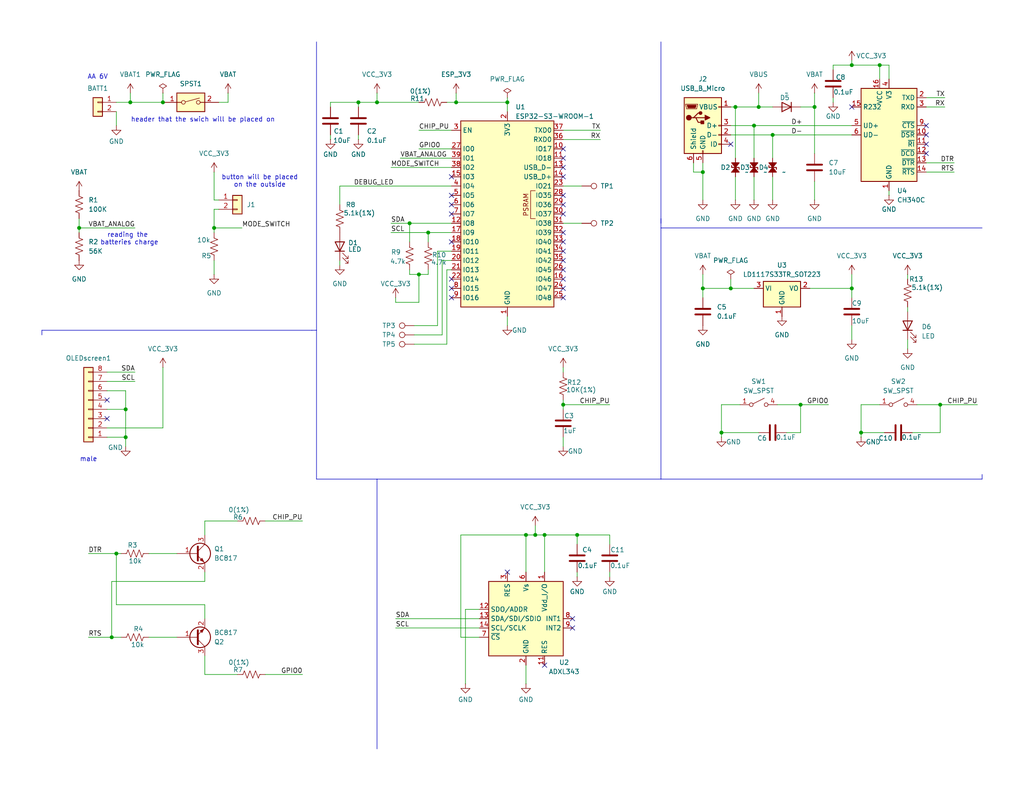
<source format=kicad_sch>
(kicad_sch (version 20231120) (generator "eeschema") (generator_version "8.0")
  (paper "A")
  (title_block (title "Manette"))
  (lib_symbols
    (symbol "Connector:TestPoint" (pin_numbers hide) (pin_names (offset 0.762) hide)
      (property "Reference" "TP" (at 0 6.858 0))
      (property "Value" "TestPoint" (at 0 5.08 0))
      (symbol "TestPoint_1_1"
        (pin passive line (at 0 0 90) (length 2.54) (name "1") (number "1"))
      )
    )
    (symbol "Connector:USB_B_Micro" (pin_names (offset 1.016))
      (property "Reference" "J" (at -5.08 11.43 0))
      (property "Value" "USB_B_Micro" (at -5.08 8.89 0))
      (symbol "USB_B_Micro_1_1"
        (pin power_out line (at 7.62 5.08 180) (length 2.54) (name "VBUS") (number "1"))
        (pin bidirectional line (at 7.62 -2.54 180) (length 2.54) (name "D-") (number "2"))
        (pin bidirectional line (at 7.62 0 180) (length 2.54) (name "D+") (number "3"))
        (pin passive line (at 7.62 -5.08 180) (length 2.54) (name "ID") (number "4"))
        (pin power_out line (at 0 -10.16 90) (length 2.54) (name "GND") (number "5"))
        (pin passive line (at -2.54 -10.16 90) (length 2.54) (name "Shield") (number "6"))
      )
    )
    (symbol "Connector_Generic:Conn_01x02" (pin_names (offset 1.016) hide)
      (property "Reference" "J" (at 0 2.54 0))
      (property "Value" "Conn_01x02" (at 0 -5.08 0))
      (symbol "Conn_01x02_1_1"
        (pin passive line (at -5.08 0 0) (length 3.81) (name "Pin_1") (number "1"))
        (pin passive line (at -5.08 -2.54 0) (length 3.81) (name "Pin_2") (number "2"))
      )
    )
    (symbol "Connector_Generic:Conn_01x08" (pin_names (offset 1.016) hide)
      (property "Reference" "OLEDscreen" (at 0 -13.97 0))
      (symbol "Conn_01x08_1_1"
        (pin power_in line (at -5.08 7.62 0) (length 3.81) (name "GND") (number "1"))
        (pin power_in line (at -5.08 5.08 0) (length 3.81) (name "Vin") (number "2"))
        (pin power_out line (at -5.08 2.54 0) (length 3.81) (name "3Vout") (number "3"))
        (pin passive line (at -5.08 0 0) (length 3.81) (name "CS") (number "4"))
        (pin passive line (at -5.08 -2.54 0) (length 3.81) (name "RST") (number "5"))
        (pin passive line (at -5.08 -5.08 0) (length 3.81) (name "DC") (number "6"))
        (pin passive line (at -5.08 -7.62 0) (length 3.81) (name "CLK") (number "7"))
        (pin passive line (at -5.08 -10.16 0) (length 3.81) (name "DATA") (number "8"))
      )
    )
    (symbol "Device:C" (pin_numbers hide) (pin_names (offset 0.254))
      (property "Reference" "C" (at 0.635 2.54 0))
      (property "Value" "C" (at 0.635 -2.54 0))
      (symbol "C_1_1"
        (pin passive line (at 0 3.81 270) (length 2.794) (name "~") (number "1"))
        (pin passive line (at 0 -3.81 90) (length 2.794) (name "~") (number "2"))
      )
    )
    (symbol "Device:D_TVS_Small_Filled" (pin_numbers hide) (pin_names (offset 1.016) hide)
      (property "Reference" "D" (at 0 2.54 0))
      (property "Value" "D_TVS_Small_Filled" (at 0 -2.54 0))
      (symbol "D_TVS_Small_Filled_1_1"
        (pin passive line (at -2.54 0 0) (length 1.27) (name "A1") (number "1"))
        (pin passive line (at 2.54 0 180) (length 1.27) (name "A2") (number "2"))
      )
    )
    (symbol "Device:LED" (pin_numbers hide) (pin_names (offset 1.016) hide)
      (property "Reference" "D" (at 0 2.54 0))
      (property "Value" "LED" (at 0 -2.54 0))
      (symbol "LED_1_1"
        (pin passive line (at -3.81 0 0) (length 2.54) (name "K") (number "1"))
        (pin passive line (at 3.81 0 180) (length 2.54) (name "A") (number "2"))
      )
    )
    (symbol "Device:R_US" (pin_numbers hide) (pin_names (offset 0))
      (property "Reference" "R" (at 2.54 0 90))
      (property "Value" "R_US" (at -2.54 0 90))
      (symbol "R_US_1_1"
        (pin passive line (at 0 3.81 270) (length 1.27) (name "~") (number "1"))
        (pin passive line (at 0 -3.81 90) (length 1.27) (name "~") (number "2"))
      )
    )
    (symbol "Diode:US2AA" (pin_numbers hide) (pin_names hide)
      (property "Reference" "D" (at 0 2.54 0))
      (property "Value" "US2AA" (at 0 -2.54 0))
      (symbol "US2AA_1_1"
        (pin passive line (at -3.81 0 0) (length 2.54) (name "K") (number "1"))
        (pin passive line (at 3.81 0 180) (length 2.54) (name "A") (number "2"))
      )
    )
    (symbol "Interface_USB:CH340C"
      (property "Reference" "U" (at -5.08 13.97 0))
      (property "Value" "CH340C" (at 1.27 13.97 0))
      (symbol "CH340C_1_1"
        (pin power_in line (at 0 -15.24 90) (length 2.54) (name "GND") (number "1"))
        (pin input line (at 10.16 0 180) (length 2.54) (name "~{DSR}") (number "10"))
        (pin input line (at 10.16 -2.54 180) (length 2.54) (name "~{RI}") (number "11"))
        (pin input line (at 10.16 -5.08 180) (length 2.54) (name "~{DCD}") (number "12"))
        (pin output line (at 10.16 -7.62 180) (length 2.54) (name "~{DTR}") (number "13"))
        (pin output line (at 10.16 -10.16 180) (length 2.54) (name "~{RTS}") (number "14"))
        (pin input line (at -10.16 7.62 0) (length 2.54) (name "R232") (number "15"))
        (pin power_in line (at -2.54 15.24 270) (length 2.54) (name "VCC") (number "16"))
        (pin output line (at 10.16 10.16 180) (length 2.54) (name "TXD") (number "2"))
        (pin input line (at 10.16 7.62 180) (length 2.54) (name "RXD") (number "3"))
        (pin power_out line (at 0 15.24 270) (length 2.54) (name "V3") (number "4"))
        (pin bidirectional line (at -10.16 2.54 0) (length 2.54) (name "UD+") (number "5"))
        (pin bidirectional line (at -10.16 0 0) (length 2.54) (name "UD-") (number "6"))
        (pin no_connect line (at -7.62 -5.08 0) (length 2.54) hide (name "NC") (number "7"))
        (pin no_connect line (at -7.62 -7.62 0) (length 2.54) hide (name "NC") (number "8"))
        (pin input line (at 10.16 2.54 180) (length 2.54) (name "~{CTS}") (number "9"))
      )
    )
    (symbol "RF_Module:ESP32-S3-WROOM-1"
      (property "Reference" "U" (at -12.7 26.67 0))
      (property "Value" "ESP32-S3-WROOM-1" (at 12.7 26.67 0))
      (symbol "ESP32-S3-WROOM-1_0_0"
        (text "PSRAM" (at 5.08 2.54 900) (effects (font (size 1.27 1.27))))
      )
      (symbol "ESP32-S3-WROOM-1_1_1"
        (pin power_in line (at 0 -27.94 90) (length 2.54) (name "GND") (number "1"))
        (pin bidirectional line (at 15.24 17.78 180) (length 2.54) (name "IO17") (number "10"))
        (pin bidirectional line (at 15.24 15.24 180) (length 2.54) (name "IO18") (number "11"))
        (pin bidirectional line (at -15.24 -2.54 0) (length 2.54) (name "IO8") (number "12"))
        (pin bidirectional line (at 15.24 12.7 180) (length 2.54) (name "USB_D-") (number "13"))
        (pin bidirectional line (at 15.24 10.16 180) (length 2.54) (name "USB_D+") (number "14"))
        (pin bidirectional line (at -15.24 10.16 0) (length 2.54) (name "IO3") (number "15"))
        (pin bidirectional line (at 15.24 -17.78 180) (length 2.54) (name "IO46") (number "16"))
        (pin bidirectional line (at -15.24 -5.08 0) (length 2.54) (name "IO9") (number "17"))
        (pin bidirectional line (at -15.24 -7.62 0) (length 2.54) (name "IO10") (number "18"))
        (pin bidirectional line (at -15.24 -10.16 0) (length 2.54) (name "IO11") (number "19"))
        (pin power_in line (at 0 27.94 270) (length 2.54) (name "3V3") (number "2"))
        (pin bidirectional line (at -15.24 -12.7 0) (length 2.54) (name "IO12") (number "20"))
        (pin bidirectional line (at -15.24 -15.24 0) (length 2.54) (name "IO13") (number "21"))
        (pin bidirectional line (at -15.24 -17.78 0) (length 2.54) (name "IO14") (number "22"))
        (pin bidirectional line (at 15.24 7.62 180) (length 2.54) (name "IO21") (number "23"))
        (pin bidirectional line (at 15.24 -20.32 180) (length 2.54) (name "IO47") (number "24"))
        (pin bidirectional line (at 15.24 -22.86 180) (length 2.54) (name "IO48") (number "25"))
        (pin bidirectional line (at 15.24 -15.24 180) (length 2.54) (name "IO45") (number "26"))
        (pin bidirectional line (at -15.24 17.78 0) (length 2.54) (name "IO0") (number "27"))
        (pin bidirectional line (at 15.24 5.08 180) (length 2.54) (name "IO35") (number "28"))
        (pin bidirectional line (at 15.24 2.54 180) (length 2.54) (name "IO36") (number "29"))
        (pin input line (at -15.24 22.86 0) (length 2.54) (name "EN") (number "3"))
        (pin bidirectional line (at 15.24 0 180) (length 2.54) (name "IO37") (number "30"))
        (pin bidirectional line (at 15.24 -2.54 180) (length 2.54) (name "IO38") (number "31"))
        (pin bidirectional line (at 15.24 -5.08 180) (length 2.54) (name "IO39") (number "32"))
        (pin bidirectional line (at 15.24 -7.62 180) (length 2.54) (name "IO40") (number "33"))
        (pin bidirectional line (at 15.24 -10.16 180) (length 2.54) (name "IO41") (number "34"))
        (pin bidirectional line (at 15.24 -12.7 180) (length 2.54) (name "IO42") (number "35"))
        (pin bidirectional line (at 15.24 20.32 180) (length 2.54) (name "RXD0") (number "36"))
        (pin bidirectional line (at 15.24 22.86 180) (length 2.54) (name "TXD0") (number "37"))
        (pin bidirectional line (at -15.24 12.7 0) (length 2.54) (name "IO2") (number "38"))
        (pin bidirectional line (at -15.24 15.24 0) (length 2.54) (name "IO1") (number "39"))
        (pin bidirectional line (at -15.24 7.62 0) (length 2.54) (name "IO4") (number "4"))
        (pin passive line (at 0 -27.94 90) (length 2.54) hide (name "GND") (number "40"))
        (pin passive line (at 0 -27.94 90) (length 2.54) hide (name "GND") (number "41"))
        (pin bidirectional line (at -15.24 5.08 0) (length 2.54) (name "IO5") (number "5"))
        (pin bidirectional line (at -15.24 2.54 0) (length 2.54) (name "IO6") (number "6"))
        (pin bidirectional line (at -15.24 0 0) (length 2.54) (name "IO7") (number "7"))
        (pin bidirectional line (at -15.24 -20.32 0) (length 2.54) (name "IO15") (number "8"))
        (pin bidirectional line (at -15.24 -22.86 0) (length 2.54) (name "IO16") (number "9"))
      )
    )
    (symbol "Regulator_Linear:LD1117S33TR_SOT223"
      (property "Reference" "U" (at -3.81 3.175 0))
      (property "Value" "LD1117S33TR_SOT223" (at 0 3.175 0))
      (symbol "LD1117S33TR_SOT223_1_1"
        (pin power_in line (at 0 -7.62 90) (length 2.54) (name "GND") (number "1"))
        (pin power_out line (at 7.62 0 180) (length 2.54) (name "VO") (number "2"))
        (pin power_in line (at -7.62 0 0) (length 2.54) (name "VI") (number "3"))
      )
    )
    (symbol "Sensor_Motion:ADXL343"
      (property "Reference" "U" (at -8.89 11.43 0))
      (property "Value" "ADXL343" (at -7.62 -11.43 0))
      (symbol "ADXL343_1_1"
        (pin power_in line (at 5.08 12.7 270) (length 2.54) (name "Vdd_I/O") (number "1"))
        (pin no_connect line (at -5.08 -10.16 90) (length 2.54) hide (name "NC") (number "10"))
        (pin passive line (at 5.08 -12.7 90) (length 2.54) (name "RES") (number "11"))
        (pin bidirectional line (at -12.7 2.54 0) (length 2.54) (name "SDO/ADDR") (number "12"))
        (pin bidirectional line (at -12.7 0 0) (length 2.54) (name "SDA/SDI/SDIO") (number "13"))
        (pin input line (at -12.7 -2.54 0) (length 2.54) (name "SCL/SCLK") (number "14"))
        (pin power_in line (at 0 -12.7 90) (length 2.54) (name "GND") (number "2"))
        (pin passive line (at -5.08 12.7 270) (length 2.54) (name "RES") (number "3"))
        (pin passive line (at 0 -12.7 90) (length 2.54) hide (name "GND") (number "4"))
        (pin passive line (at 0 -12.7 90) (length 2.54) hide (name "GND") (number "5"))
        (pin power_in line (at 0 12.7 270) (length 2.54) (name "Vs") (number "6"))
        (pin input line (at -12.7 -5.08 0) (length 2.54) (name "~{CS}") (number "7"))
        (pin output line (at 12.7 0 180) (length 2.54) (name "INT1") (number "8"))
        (pin output line (at 12.7 -2.54 180) (length 2.54) (name "INT2") (number "9"))
      )
    )
    (symbol "Switch:SW_DIP_x01" (pin_names (offset 0) hide)
      (property "Reference" "SW" (at 0 3.81 0))
      (property "Value" "SW_DIP_x01" (at 0 -3.81 0))
      (symbol "SW_DIP_x01_1_1"
        (pin passive line (at -7.62 0 0) (length 5.08) (name "~") (number "1"))
        (pin passive line (at 7.62 0 180) (length 5.08) (name "~") (number "2"))
      )
    )
    (symbol "Switch:SW_SPST" (pin_names (offset 0) hide)
      (property "Reference" "SW4" (at -1.2701 2.54 90))
      (property "Value" "SW_SPST" (at 1.2699 2.54 90))
      (symbol "SW_SPST_1_1"
        (pin passive line (at -5.08 0 0) (length 2.54) (name "A") (number "1"))
        (pin passive line (at 5.08 0 180) (length 2.54) (name "B") (number "4"))
      )
    )
    (symbol "Transistor_BJT:BC817" (pin_names (offset 0) hide)
      (property "Reference" "Q" (at 5.08 1.905 0))
      (property "Value" "BC817" (at 5.08 0 0))
      (symbol "BC817_1_1"
        (pin input line (at -5.08 0 0) (length 5.715) (name "B") (number "1"))
        (pin passive line (at 2.54 -5.08 90) (length 2.54) (name "E") (number "2"))
        (pin passive line (at 2.54 5.08 270) (length 2.54) (name "C") (number "3"))
      )
    )
    (symbol "power:+3V3" (power) (pin_numbers hide) (pin_names (offset 0) hide)
      (property "Value" "+3V3" (at 0 3.556 0))
      (symbol "+3V3_1_1"
        (pin power_in line (at 0 0 90) (length 0) (name "~") (number "1"))
      )
    )
    (symbol "power:+5V" (power) (pin_numbers hide) (pin_names (offset 0) hide)
      (property "Value" "+5V" (at 0 3.556 0))
      (symbol "+5V_1_1"
        (pin power_in line (at 0 0 90) (length 0) (name "~") (number "1"))
      )
    )
    (symbol "power:GND" (power) (pin_numbers hide) (pin_names (offset 0) hide)
      (property "Value" "GND" (at 0 -3.81 0))
      (symbol "GND_1_1"
        (pin power_in line (at 0 0 270) (length 0) (name "~") (number "1"))
      )
    )
    (symbol "power:PWR_FLAG" (power) (pin_numbers hide) (pin_names (offset 0) hide)
      (property "Value" "PWR_FLAG" (at 0 3.81 0))
      (symbol "PWR_FLAG_0_0"
        (pin power_out line (at 0 0 90) (length 0) (name "~") (number "1"))
      )
    )
  )
  (junction (at 234.95 118.11))
  (junction (at 200.66 29.21))
  (junction (at 148.59 146.05))
  (junction (at 58.42 62.23))
  (junction (at 35.56 27.94))
  (junction (at 232.41 17.78))
  (junction (at 116.84 63.5))
  (junction (at 196.85 118.11))
  (junction (at 205.74 34.29))
  (junction (at 232.41 78.74))
  (junction (at 31.75 151.13))
  (junction (at 138.43 27.94))
  (junction (at 207.01 29.21))
  (junction (at 34.29 111.76))
  (junction (at 199.39 78.74))
  (junction (at 30.48 173.99))
  (junction (at 153.67 110.49))
  (junction (at 146.05 146.05))
  (junction (at 21.59 62.23))
  (junction (at 102.87 27.94))
  (junction (at 124.46 27.94))
  (junction (at 44.45 27.94))
  (junction (at 114.3 74.93))
  (junction (at 97.79 27.94))
  (junction (at 256.54 110.49))
  (junction (at 240.03 17.78))
  (junction (at 111.76 60.96))
  (junction (at 191.77 46.99))
  (junction (at 34.29 119.38))
  (junction (at 191.77 78.74))
  (junction (at 157.48 146.05))
  (junction (at 210.82 36.83))
  (junction (at 222.25 29.21))
  (junction (at 218.44 110.49))
  (junction (at 143.51 146.05))
  (no_connect (at 153.67 81.28))
  (no_connect (at 252.73 34.29))
  (no_connect (at 252.73 39.37))
  (no_connect (at 153.67 40.64))
  (no_connect (at 153.67 53.34))
  (no_connect (at 123.19 81.28))
  (no_connect (at 153.67 68.58))
  (no_connect (at 123.19 78.74))
  (no_connect (at 232.41 29.21))
  (no_connect (at 153.67 43.18))
  (no_connect (at 156.21 171.45))
  (no_connect (at 123.19 58.42))
  (no_connect (at 153.67 71.12))
  (no_connect (at 123.19 66.04))
  (no_connect (at 252.73 41.91))
  (no_connect (at 153.67 48.26))
  (no_connect (at 123.19 55.88))
  (no_connect (at 123.19 76.2))
  (no_connect (at 153.67 55.88))
  (no_connect (at 199.39 39.37))
  (no_connect (at 123.19 48.26))
  (no_connect (at 153.67 45.72))
  (no_connect (at 153.67 78.74))
  (no_connect (at 153.67 73.66))
  (no_connect (at 29.21 114.3))
  (no_connect (at 29.21 109.22))
  (no_connect (at 138.43 156.21))
  (no_connect (at 156.21 168.91))
  (no_connect (at 153.67 76.2))
  (no_connect (at 153.67 63.5))
  (no_connect (at 153.67 58.42))
  (no_connect (at 123.19 53.34))
  (no_connect (at 252.73 36.83))
  (no_connect (at 148.59 181.61))
  (no_connect (at 153.67 66.04))
  (wire (pts (xy 153.67 110.49) (xy 166.37 110.49)))
  (wire (pts (xy 120.65 71.12) (xy 123.19 71.12)))
  (wire (pts (xy 153.67 110.49) (xy 153.67 111.76)))
  (wire (pts (xy 114.3 74.93) (xy 116.84 74.93)))
  (wire (pts (xy 121.92 27.94) (xy 124.46 27.94)))
  (wire (pts (xy 34.29 106.68) (xy 34.29 111.76)))
  (wire (pts (xy 153.67 50.8) (xy 158.75 50.8)))
  (wire (pts (xy 111.76 60.96) (xy 111.76 66.04)))
  (wire (pts (xy 232.41 17.78) (xy 240.03 17.78)))
  (wire (pts (xy 199.39 36.83) (xy 210.82 36.83)))
  (wire (pts (xy 107.95 81.28) (xy 107.95 82.55)))
  (wire (pts (xy 24.13 173.99) (xy 30.48 173.99)))
  (wire (pts (xy 199.39 78.74) (xy 205.74 78.74)))
  (polyline (pts (xy 180.34 62.23) (xy 267.97 62.23)))
  (wire (pts (xy 205.74 34.29) (xy 205.74 43.18)))
  (wire (pts (xy 55.88 146.05) (xy 55.88 142.24)))
  (wire (pts (xy 153.67 35.56) (xy 163.83 35.56)))
  (wire (pts (xy 59.69 57.15) (xy 58.42 57.15)))
  (wire (pts (xy 191.77 44.45) (xy 191.77 46.99)))
  (wire (pts (xy 199.39 34.29) (xy 205.74 34.29)))
  (wire (pts (xy 252.73 29.21) (xy 257.81 29.21)))
  (wire (pts (xy 222.25 49.53) (xy 222.25 54.61)))
  (wire (pts (xy 210.82 48.26) (xy 210.82 54.61)))
  (wire (pts (xy 31.75 27.94) (xy 35.56 27.94)))
  (wire (pts (xy 247.65 85.09) (xy 247.65 83.82)))
  (wire (pts (xy 199.39 29.21) (xy 200.66 29.21)))
  (wire (pts (xy 191.77 46.99) (xy 191.77 54.61)))
  (wire (pts (xy 116.84 74.93) (xy 116.84 73.66)))
  (polyline (pts (xy 180.34 11.43) (xy 180.34 60.96)))
  (wire (pts (xy 127 166.37) (xy 127 186.69)))
  (wire (pts (xy 242.57 17.78) (xy 242.57 21.59)))
  (wire (pts (xy 234.95 110.49) (xy 240.03 110.49)))
  (wire (pts (xy 157.48 146.05) (xy 157.48 148.59)))
  (polyline (pts (xy 102.87 130.81) (xy 102.87 204.47)))
  (wire (pts (xy 40.64 151.13) (xy 48.26 151.13)))
  (wire (pts (xy 30.48 158.75) (xy 30.48 173.99)))
  (wire (pts (xy 58.42 54.61) (xy 59.69 54.61)))
  (wire (pts (xy 247.65 95.25) (xy 247.65 92.71)))
  (wire (pts (xy 40.64 173.99) (xy 48.26 173.99)))
  (wire (pts (xy 153.67 109.22) (xy 153.67 110.49)))
  (wire (pts (xy 72.39 142.24) (xy 82.55 142.24)))
  (wire (pts (xy 30.48 173.99) (xy 33.02 173.99)))
  (wire (pts (xy 55.88 179.07) (xy 55.88 184.15)))
  (wire (pts (xy 90.17 36.83) (xy 90.17 38.1)))
  (wire (pts (xy 124.46 25.4) (xy 124.46 27.94)))
  (wire (pts (xy 90.17 27.94) (xy 90.17 29.21)))
  (wire (pts (xy 55.88 165.1) (xy 31.75 165.1)))
  (wire (pts (xy 107.95 171.45) (xy 130.81 171.45)))
  (wire (pts (xy 227.33 17.78) (xy 232.41 17.78)))
  (wire (pts (xy 191.77 78.74) (xy 199.39 78.74)))
  (wire (pts (xy 218.44 29.21) (xy 222.25 29.21)))
  (wire (pts (xy 21.59 62.23) (xy 36.83 62.23)))
  (wire (pts (xy 205.74 34.29) (xy 232.41 34.29)))
  (wire (pts (xy 143.51 146.05) (xy 143.51 156.21)))
  (wire (pts (xy 55.88 165.1) (xy 55.88 168.91)))
  (wire (pts (xy 250.19 110.49) (xy 256.54 110.49)))
  (wire (pts (xy 234.95 118.11) (xy 241.3 118.11)))
  (wire (pts (xy 102.87 25.4) (xy 102.87 27.94)))
  (wire (pts (xy 24.13 151.13) (xy 31.75 151.13)))
  (wire (pts (xy 21.59 62.23) (xy 21.59 59.69)))
  (wire (pts (xy 127 166.37) (xy 130.81 166.37)))
  (wire (pts (xy 232.41 88.9) (xy 232.41 92.71)))
  (wire (pts (xy 166.37 156.21) (xy 166.37 157.48)))
  (wire (pts (xy 153.67 100.33) (xy 153.67 101.6)))
  (wire (pts (xy 31.75 151.13) (xy 33.02 151.13)))
  (wire (pts (xy 119.38 68.58) (xy 119.38 88.9)))
  (wire (pts (xy 123.19 68.58) (xy 119.38 68.58)))
  (polyline (pts (xy 85.09 90.17) (xy 11.43 90.17)))
  (wire (pts (xy 114.3 40.64) (xy 123.19 40.64)))
  (wire (pts (xy 232.41 16.51) (xy 232.41 17.78)))
  (wire (pts (xy 116.84 63.5) (xy 116.84 66.04)))
  (wire (pts (xy 34.29 119.38) (xy 34.29 121.92)))
  (wire (pts (xy 205.74 48.26) (xy 205.74 54.61)))
  (wire (pts (xy 44.45 116.84) (xy 44.45 100.33)))
  (polyline (pts (xy 180.34 130.81) (xy 267.97 130.81)))
  (wire (pts (xy 227.33 26.67) (xy 227.33 27.94)))
  (wire (pts (xy 72.39 184.15) (xy 82.55 184.15)))
  (polyline (pts (xy 102.87 130.81) (xy 102.87 130.81)))
  (polyline (pts (xy 86.36 90.17) (xy 86.36 130.81)))
  (wire (pts (xy 125.73 146.05) (xy 143.51 146.05)))
  (wire (pts (xy 252.73 44.45) (xy 260.35 44.45)))
  (wire (pts (xy 207.01 25.4) (xy 207.01 29.21)))
  (wire (pts (xy 90.17 27.94) (xy 97.79 27.94)))
  (wire (pts (xy 29.21 104.14) (xy 36.83 104.14)))
  (wire (pts (xy 35.56 27.94) (xy 44.45 27.94)))
  (wire (pts (xy 29.21 101.6) (xy 36.83 101.6)))
  (wire (pts (xy 256.54 110.49) (xy 266.7 110.49)))
  (wire (pts (xy 138.43 86.36) (xy 138.43 88.9)))
  (wire (pts (xy 157.48 146.05) (xy 166.37 146.05)))
  (wire (pts (xy 107.95 82.55) (xy 114.3 82.55)))
  (wire (pts (xy 58.42 57.15) (xy 58.42 62.23)))
  (wire (pts (xy 97.79 38.1) (xy 97.79 36.83)))
  (wire (pts (xy 222.25 25.4) (xy 222.25 29.21)))
  (wire (pts (xy 196.85 110.49) (xy 201.93 110.49)))
  (wire (pts (xy 200.66 48.26) (xy 200.66 54.61)))
  (wire (pts (xy 252.73 46.99) (xy 260.35 46.99)))
  (polyline (pts (xy 11.43 90.17) (xy 11.43 91.44)))
  (wire (pts (xy 111.76 74.93) (xy 114.3 74.93)))
  (wire (pts (xy 58.42 46.99) (xy 58.42 54.61)))
  (wire (pts (xy 146.05 143.51) (xy 146.05 146.05)))
  (wire (pts (xy 44.45 25.4) (xy 44.45 27.94)))
  (wire (pts (xy 153.67 60.96) (xy 158.75 60.96)))
  (wire (pts (xy 210.82 36.83) (xy 210.82 43.18)))
  (polyline (pts (xy 85.09 90.17) (xy 86.36 90.17)))
  (wire (pts (xy 21.59 63.5) (xy 21.59 62.23)))
  (wire (pts (xy 125.73 173.99) (xy 125.73 146.05)))
  (wire (pts (xy 256.54 110.49) (xy 256.54 118.11)))
  (wire (pts (xy 123.19 50.8) (xy 92.71 50.8)))
  (wire (pts (xy 111.76 60.96) (xy 123.19 60.96)))
  (polyline (pts (xy 102.87 130.81) (xy 180.34 130.81)))
  (wire (pts (xy 29.21 106.68) (xy 34.29 106.68)))
  (wire (pts (xy 109.22 43.18) (xy 123.19 43.18)))
  (wire (pts (xy 189.23 46.99) (xy 191.77 46.99)))
  (wire (pts (xy 138.43 30.48) (xy 138.43 27.94)))
  (polyline (pts (xy 267.97 129.54) (xy 267.97 130.81)))
  (wire (pts (xy 157.48 146.05) (xy 148.59 146.05)))
  (wire (pts (xy 62.23 25.4) (xy 62.23 27.94)))
  (wire (pts (xy 148.59 146.05) (xy 148.59 156.21)))
  (polyline (pts (xy 86.36 130.81) (xy 102.87 130.81)))
  (wire (pts (xy 207.01 29.21) (xy 210.82 29.21)))
  (wire (pts (xy 58.42 62.23) (xy 66.04 62.23)))
  (wire (pts (xy 92.71 50.8) (xy 92.71 55.88)))
  (wire (pts (xy 55.88 156.21) (xy 55.88 158.75)))
  (wire (pts (xy 119.38 88.9) (xy 113.03 88.9)))
  (wire (pts (xy 143.51 181.61) (xy 143.51 186.69)))
  (wire (pts (xy 31.75 34.29) (xy 31.75 30.48)))
  (wire (pts (xy 113.03 91.44) (xy 120.65 91.44)))
  (wire (pts (xy 106.68 45.72) (xy 123.19 45.72)))
  (wire (pts (xy 29.21 119.38) (xy 34.29 119.38)))
  (wire (pts (xy 222.25 29.21) (xy 222.25 41.91)))
  (wire (pts (xy 189.23 44.45) (xy 189.23 46.99)))
  (wire (pts (xy 97.79 27.94) (xy 102.87 27.94)))
  (wire (pts (xy 55.88 184.15) (xy 64.77 184.15)))
  (wire (pts (xy 97.79 27.94) (xy 97.79 29.21)))
  (wire (pts (xy 92.71 72.39) (xy 92.71 71.12)))
  (wire (pts (xy 138.43 26.67) (xy 138.43 27.94)))
  (wire (pts (xy 227.33 19.05) (xy 227.33 17.78)))
  (wire (pts (xy 242.57 17.78) (xy 240.03 17.78)))
  (wire (pts (xy 232.41 78.74) (xy 232.41 81.28)))
  (wire (pts (xy 58.42 71.12) (xy 58.42 74.93)))
  (wire (pts (xy 102.87 27.94) (xy 114.3 27.94)))
  (wire (pts (xy 196.85 110.49) (xy 196.85 118.11)))
  (wire (pts (xy 55.88 142.24) (xy 64.77 142.24)))
  (wire (pts (xy 234.95 119.38) (xy 234.95 118.11)))
  (wire (pts (xy 55.88 158.75) (xy 30.48 158.75)))
  (wire (pts (xy 218.44 110.49) (xy 218.44 118.11)))
  (wire (pts (xy 166.37 148.59) (xy 166.37 146.05)))
  (wire (pts (xy 123.19 73.66) (xy 121.92 73.66)))
  (wire (pts (xy 146.05 146.05) (xy 148.59 146.05)))
  (wire (pts (xy 191.77 78.74) (xy 191.77 81.28)))
  (wire (pts (xy 196.85 118.11) (xy 207.01 118.11)))
  (wire (pts (xy 212.09 110.49) (xy 218.44 110.49)))
  (polyline (pts (xy 180.34 62.23) (xy 180.34 130.81)))
  (wire (pts (xy 121.92 93.98) (xy 113.03 93.98)))
  (wire (pts (xy 29.21 111.76) (xy 34.29 111.76)))
  (wire (pts (xy 143.51 146.05) (xy 146.05 146.05)))
  (wire (pts (xy 252.73 26.67) (xy 257.81 26.67)))
  (wire (pts (xy 234.95 110.49) (xy 234.95 118.11)))
  (wire (pts (xy 240.03 17.78) (xy 240.03 21.59)))
  (wire (pts (xy 106.68 60.96) (xy 111.76 60.96)))
  (wire (pts (xy 114.3 35.56) (xy 123.19 35.56)))
  (wire (pts (xy 218.44 110.49) (xy 226.06 110.49)))
  (wire (pts (xy 153.67 38.1) (xy 163.83 38.1)))
  (wire (pts (xy 220.98 78.74) (xy 232.41 78.74)))
  (wire (pts (xy 59.69 27.94) (xy 62.23 27.94)))
  (wire (pts (xy 191.77 74.93) (xy 191.77 78.74)))
  (wire (pts (xy 200.66 29.21) (xy 207.01 29.21)))
  (wire (pts (xy 196.85 118.11) (xy 196.85 119.38)))
  (wire (pts (xy 130.81 173.99) (xy 125.73 173.99)))
  (wire (pts (xy 29.21 116.84) (xy 44.45 116.84)))
  (wire (pts (xy 153.67 119.38) (xy 153.67 121.92)))
  (wire (pts (xy 111.76 74.93) (xy 111.76 73.66)))
  (wire (pts (xy 31.75 165.1) (xy 31.75 151.13)))
  (wire (pts (xy 157.48 156.21) (xy 157.48 157.48)))
  (polyline (pts (xy 180.34 59.69) (xy 180.34 62.23)))
  (wire (pts (xy 106.68 63.5) (xy 116.84 63.5)))
  (wire (pts (xy 200.66 29.21) (xy 200.66 43.18)))
  (wire (pts (xy 58.42 62.23) (xy 58.42 63.5)))
  (wire (pts (xy 120.65 91.44) (xy 120.65 71.12)))
  (wire (pts (xy 114.3 74.93) (xy 114.3 82.55)))
  (wire (pts (xy 210.82 36.83) (xy 232.41 36.83)))
  (wire (pts (xy 242.57 52.07) (xy 242.57 53.34)))
  (wire (pts (xy 232.41 74.93) (xy 232.41 78.74)))
  (wire (pts (xy 107.95 168.91) (xy 130.81 168.91)))
  (wire (pts (xy 247.65 74.93) (xy 247.65 76.2)))
  (wire (pts (xy 121.92 73.66) (xy 121.92 93.98)))
  (wire (pts (xy 35.56 25.4) (xy 35.56 27.94)))
  (wire (pts (xy 199.39 76.2) (xy 199.39 78.74)))
  (wire (pts (xy 116.84 63.5) (xy 123.19 63.5)))
  (wire (pts (xy 124.46 27.94) (xy 138.43 27.94)))
  (wire (pts (xy 34.29 111.76) (xy 34.29 119.38)))
  (wire (pts (xy 248.92 118.11) (xy 256.54 118.11)))
  (polyline (pts (xy 86.36 11.43) (xy 86.36 90.17)))
  (wire (pts (xy 214.63 118.11) (xy 218.44 118.11)))
  (text "reading the \nbatteries charge" (at 35.306 65.278 0) (effects (font (size 1.27 1.27))))
  (text "male \n" (at 24.638 125.476 0) (effects (font (size 1.27 1.27))))
  (text "AA 6V\n" (at 26.67 21.082 0) (effects (font (size 1.27 1.27))))
  (text "button will be placed \non the outside \n" (at 71.374 49.53 0) (effects (font (size 1.27 1.27))))
  (text "header that the swich will be placed on" (at 55.372 32.766 0) (effects (font (size 1.27 1.27))))
  (label "TX" (at 163.83 35.56 180))
  (label "RTS" (at 260.35 46.99 180))
  (label "VBAT_ANALOG" (at 109.22 43.18 0))
  (label "DTR" (at 24.13 151.13 0))
  (label "GPIO0" (at 226.06 110.49 180))
  (label "DTR" (at 260.35 44.45 180))
  (label "CHIP_PU" (at 82.55 142.24 180))
  (label "GPIO0" (at 82.55 184.15 180))
  (label "GPIO0" (at 114.3 40.64 0))
  (label "DEBUG_LED" (at 96.52 50.8 0))
  (label "RX" (at 163.83 38.1 180))
  (label "VBAT_ANALOG" (at 36.83 62.23 180))
  (label "CHIP_PU" (at 114.3 35.56 0))
  (label "SCL" (at 106.68 63.5 0))
  (label "RTS" (at 24.13 173.99 0))
  (label "SDA" (at 107.95 168.91 0))
  (label "TX" (at 257.81 26.67 180))
  (label "SCL" (at 36.83 104.14 180))
  (label "MODE_SWITCH" (at 106.68 45.72 0))
  (label "D-" (at 215.9 36.83 0))
  (label "SDA" (at 36.83 101.6 180))
  (label "MODE_SWITCH" (at 66.04 62.23 0))
  (label "SCL" (at 107.95 171.45 0))
  (label "RX" (at 257.81 29.21 180))
  (label "CHIP_PU" (at 166.37 110.49 180))
  (label "SDA" (at 106.68 60.96 0))
  (label "D+" (at 215.9 34.29 0))
  (label "CHIP_PU" (at 266.7 110.49 180))
  (symbol (lib_id "power:GND") (at 127 186.69 0) (unit 1)
    (property "Reference" "#PWR017" (effects (hide yes)))
    (property "Value" "GND" (at 127 191.008 0))
    (property "Description" "Power symbol creates a global label with name \"GND\" , ground" (effects (hide yes)))
  )
  (symbol (lib_id "power:+3V3") (at 222.25 25.4 0) (unit 1)
    (property "Reference" "#PWR033" (effects (hide yes)))
    (property "Value" "VBAT" (at 222.25 20.32 0))
    (property "Description" "Power symbol creates a global label with name \"+3V3\"" (effects (hide yes)))
  )
  (symbol (lib_id "Connector:TestPoint") (at 158.75 50.8 270) (unit 1)
    (property "Reference" "TP1" (at 163.83 50.7999 90) (effects (justify left)))
    (property "Value" "TestPoint" (effects (hide yes)))
    (property "Footprint" "ZLibrary:testpoint" (effects (hide yes)))
    (property "Datasheet" "https://www.digikey.ca/en/products/detail/koa-speer-electronics-inc/RCWCTE/11476558" (effects (hide yes)))
    (property "Description" "test point" (effects (hide yes)))
  )
  (symbol (lib_id "power:GND") (at 247.65 95.25 0) (unit 1)
    (property "Reference" "#PWR042" (effects (hide yes)))
    (property "Value" "GND" (at 247.65 100.33 0))
    (property "Description" "Power symbol creates a global label with name \"GND\" , ground" (effects (hide yes)))
  )
  (symbol (lib_id "power:GND") (at 97.79 38.1 0) (unit 1)
    (property "Reference" "#PWR013" (effects (hide yes)))
    (property "Value" "GND" (at 97.79 42.164 0))
    (property "Description" "Power symbol creates a global label with name \"GND\" , ground" (effects (hide yes)))
  )
  (symbol (lib_id "Device:R_US") (at 153.67 105.41 0) (unit 1)
    (property "Reference" "R12" (at 154.686 104.394 0) (effects (justify left)))
    (property "Value" "10K(1%)" (at 154.432 106.426 0) (effects (justify left)))
    (property "Footprint" "Resistor_SMD:R_0805_2012Metric" (effects (hide yes)))
    (property "Datasheet" "https://www.seielect.com/catalog/sei-rncp.pdf" (effects (hide yes)))
    (property "Description" "Resistor, US symbol" (effects (hide yes)))
  )
  (symbol (lib_id "Device:R_US") (at 68.58 142.24 90) (unit 1)
    (property "Reference" "R6" (at 66.294 141.224 90) (effects (justify left)))
    (property "Value" "0(1%)" (at 68.072 139.192 90) (effects (justify left)))
    (property "Footprint" "Resistor_SMD:R_0805_2012Metric" (effects (hide yes)))
    (property "Datasheet" "https://www.digikey.ca/en/products/detail/panasonic-electronic-components/ERJ-L06KF50MV/966111" (effects (hide yes)))
    (property "Description" "Resistor, US symbol" (effects (hide yes)))
  )
  (symbol (lib_id "Device:R_US") (at 111.76 69.85 0) (unit 1)
    (property "Reference" "R9" (at 106.68 68.834 0) (effects (justify left)))
    (property "Value" "4.7k" (at 106.426 71.374 0) (effects (justify left)))
    (property "Footprint" "Resistor_SMD:R_0805_2012Metric" (effects (hide yes)))
    (property "Datasheet" "https://www.koaspeer.com/pdfs/RK73H.pdf" (effects (hide yes)))
    (property "Description" "Resistor, US symbol" (effects (hide yes)))
  )
  (symbol (lib_id "power:+3V3") (at 191.77 74.93 0) (unit 1)
    (property "Reference" "#PWR025" (effects (hide yes)))
    (property "Value" "VBAT" (at 191.77 69.85 0))
    (property "Description" "Power symbol creates a global label with name \"+3V3\"" (effects (hide yes)))
  )
  (symbol (lib_id "Transistor_BJT:BC817") (at 53.34 173.99 0) (mirror x) (unit 1)
    (property "Reference" "Q2" (at 58.42 175.2601 0) (effects (justify left)))
    (property "Value" "BC817" (at 58.42 172.7201 0) (effects (justify left)))
    (property "Footprint" "Package_TO_SOT_SMD:SOT-23" (effects (hide yes)))
    (property "Datasheet" "https://diotec.com/request/datasheet/bc817.pdf" (effects (hide yes)))
    (property "Description" "0.8A Ic, 45V Vce, NPN Transistor, SOT-23" (effects (hide yes)))
  )
  (symbol (lib_id "power:GND") (at 232.41 92.71 0) (unit 1)
    (property "Reference" "#PWR038" (effects (hide yes)))
    (property "Value" "GND" (at 232.41 97.79 0))
    (property "Description" "Power symbol creates a global label with name \"GND\" , ground" (effects (hide yes)))
  )
  (symbol (lib_id "Device:R_US") (at 68.58 184.15 90) (unit 1)
    (property "Reference" "R7" (at 66.294 182.88 90) (effects (justify left)))
    (property "Value" "0(1%)" (at 68.072 180.848 90) (effects (justify left)))
    (property "Footprint" "Resistor_SMD:R_0805_2012Metric" (effects (hide yes)))
    (property "Datasheet" "https://www.digikey.ca/en/products/detail/panasonic-electronic-components/ERJ-L06KF50MV/966111" (effects (hide yes)))
    (property "Description" "Resistor, US symbol" (effects (hide yes)))
  )
  (symbol (lib_id "power:+3V3") (at 107.95 81.28 0) (unit 1)
    (property "Reference" "#PWR015" (effects (hide yes)))
    (property "Value" "VCC_3V3" (at 107.95 77.47 0))
    (property "Description" "Power symbol creates a global label with name \"+3V3\"" (effects (hide yes)))
  )
  (symbol (lib_id "Device:C") (at 90.17 33.02 0) (unit 1)
    (property "Reference" "C1" (at 93.726 35.814 0) (effects (justify right)))
    (property "Value" "10uF" (at 95.758 38.354 0) (effects (justify right)))
    (property "Footprint" "Capacitor_SMD:C_0805_2012Metric" (effects (hide yes)))
    (property "Datasheet" "https://search.murata.co.jp/Ceramy/image/img/A01X/G101/ENG/GRM21BR61C106KE15-01.pdf" (effects (hide yes)))
    (property "Description" "Unpolarized capacitor" (effects (hide yes)))
  )
  (symbol (lib_id "power:GND") (at 196.85 119.38 0) (unit 1)
    (property "Reference" "#PWR027" (effects (hide yes)))
    (property "Value" "GND" (at 200.152 120.65 0))
    (property "Description" "Power symbol creates a global label with name \"GND\" , ground" (effects (hide yes)))
  )
  (symbol (lib_id "Connector_Generic:Conn_01x02") (at 64.77 54.61 0) (unit 1)
    (property "Reference" "J1" (at 67.31 55.8799 0) (effects (justify left)))
    (property "Value" "SPST" (effects (hide yes)))
    (property "Footprint" "Connector_PinHeader_2.54mm:PinHeader_1x02_P2.54mm_Vertical" (effects (hide yes)))
    (property "Datasheet" "https://www.molex.com/en-us/products/part-detail/0022232021" (effects (hide yes)))
    (property "Description" "Generic connector, single row, 01x02, script generated (kicad-library-utils/schlib/autogen/connector/)" (effects (hide yes)))
  )
  (symbol (lib_id "power:+5V") (at 35.56 25.4 0) (unit 1)
    (property "Reference" "#PWR05" (effects (hide yes)))
    (property "Value" "VBAT1" (at 35.56 20.32 0))
    (property "Description" "Power symbol creates a global label with name \"+5V\"" (effects (hide yes)))
  )
  (symbol (lib_id "power:GND") (at 210.82 54.61 0) (unit 1)
    (property "Reference" "#PWR031" (effects (hide yes)))
    (property "Value" "GND" (at 210.82 59.69 0))
    (property "Description" "Power symbol creates a global label with name \"GND\" , ground" (effects (hide yes)))
  )
  (symbol (lib_id "Sensor_Motion:ADXL343") (at 143.51 168.91 0) (unit 1)
    (property "Reference" "U2" (at 153.924 180.848 0))
    (property "Value" "ADXL343" (at 153.924 183.388 0))
    (property "Footprint" "Package_LGA:LGA-14_3x5mm_P0.8mm_LayoutBorder1x6y" (effects (hide yes)))
    (property "Datasheet" "https://www.analog.com/media/en/technical-documentation/data-sheets/ADXL343.pdf" (effects (hide yes)))
    (property "Description" "3-Axis MEMS Accelerometer, 2/4/8/16g range, I2C/SPI, LGA-14" (effects (hide yes)))
  )
  (symbol (lib_id "power:GND") (at 227.33 27.94 0) (unit 1)
    (property "Reference" "#PWR035" (effects (hide yes)))
    (property "Value" "GND" (at 227.33 31.75 0))
    (property "Description" "Power symbol creates a global label with name \"GND\" , ground" (effects (hide yes)))
  )
  (symbol (lib_id "RF_Module:ESP32-S3-WROOM-1") (at 138.43 58.42 0) (unit 1)
    (property "Reference" "U1" (at 140.6241 29.21 0) (effects (justify left)))
    (property "Value" "ESP32-S3-WROOM-1" (at 140.6241 31.75 0) (effects (justify left)))
    (property "Footprint" "RF_Module:ESP32-S3-WROOM-1" (effects (hide yes)))
    (property "Datasheet" "https://www.espressif.com/sites/default/files/documentation/esp32-s3-wroom-1_wroom-1u_datasheet_en.pdf" (effects (hide yes)))
    (property "Description" "RF Module, ESP32-S3 SoC, Wi-Fi 802.11b/g/n, Bluetooth, BLE, 32-bit, 3.3V, onboard antenna, SMD" (effects (hide yes)))
  )
  (symbol (lib_id "power:+5V") (at 21.59 52.07 0) (unit 1)
    (property "Reference" "#PWR01" (effects (hide yes)))
    (property "Value" "VBAT" (at 21.59 46.99 0))
    (property "Description" "Power symbol creates a global label with name \"+5V\"" (effects (hide yes)))
  )
  (symbol (lib_id "power:+3V3") (at 58.42 46.99 0) (unit 1)
    (property "Reference" "#PWR08" (effects (hide yes)))
    (property "Value" "VCC_3V3" (at 58.42 41.91 0))
    (property "Description" "Power symbol creates a global label with name \"+3V3\"" (effects (hide yes)))
  )
  (symbol (lib_id "power:+3V3") (at 44.45 100.33 0) (unit 1)
    (property "Reference" "#PWR06" (effects (hide yes)))
    (property "Value" "VCC_3V3" (at 44.45 95.25 0))
    (property "Description" "Power symbol creates a global label with name \"+3V3\"" (effects (hide yes)))
  )
  (symbol (lib_id "Device:R_US") (at 247.65 80.01 180) (unit 1)
    (property "Reference" "R13" (at 251.968 76.2 0) (effects (justify left)))
    (property "Value" "5.1k(1%)" (at 257.302 78.486 0) (effects (justify left)))
    (property "Footprint" "Resistor_SMD:R_0805_2012Metric" (effects (hide yes)))
    (property "Datasheet" "https://www.yageo.com/upload/media/product/products/datasheet/rchip/PYu-RC_Group_51_RoHS_L_12.pdf" (effects (hide yes)))
    (property "Description" "Resistor, US symbol" (effects (hide yes)))
  )
  (symbol (lib_id "power:+3V3") (at 146.05 143.51 0) (unit 1)
    (property "Reference" "#PWR020" (effects (hide yes)))
    (property "Value" "VCC_3V3" (at 146.05 138.43 0))
    (property "Description" "Power symbol creates a global label with name \"+3V3\"" (effects (hide yes)))
  )
  (symbol (lib_id "power:GND") (at 21.59 71.12 0) (unit 1)
    (property "Reference" "#PWR02" (effects (hide yes)))
    (property "Value" "GND" (at 21.59 76.2 0))
    (property "Description" "Power symbol creates a global label with name \"GND\" , ground" (effects (hide yes)))
  )
  (symbol (lib_id "Device:R_US") (at 36.83 151.13 270) (unit 1)
    (property "Reference" "R3" (at 34.798 148.844 90) (effects (justify left)))
    (property "Value" "10k" (at 35.052 153.162 90) (effects (justify left)))
    (property "Footprint" "Resistor_SMD:R_0805_2012Metric" (effects (hide yes)))
    (property "Datasheet" "https://www.seielect.com/catalog/sei-rncp.pdf" (effects (hide yes)))
    (property "Description" "Resistor, US symbol" (effects (hide yes)))
  )
  (symbol (lib_id "power:GND") (at 191.77 88.9 0) (unit 1)
    (property "Reference" "#PWR026" (effects (hide yes)))
    (property "Value" "GND" (at 191.77 93.98 0))
    (property "Description" "Power symbol creates a global label with name \"GND\" , ground" (effects (hide yes)))
  )
  (symbol (lib_id "Device:C") (at 222.25 45.72 0) (unit 1)
    (property "Reference" "C7" (at 226.06 44.4499 0) (effects (justify left)))
    (property "Value" "10uF" (at 226.06 46.9899 0) (effects (justify left)))
    (property "Footprint" "Capacitor_SMD:C_0805_2012Metric" (effects (hide yes)))
    (property "Datasheet" "https://search.murata.co.jp/Ceramy/image/img/A01X/G101/ENG/GRM21BR61C106KE15-01.pdf" (effects (hide yes)))
    (property "Description" "Unpolarized capacitor" (effects (hide yes)))
  )
  (symbol (lib_id "power:GND") (at 143.51 186.69 0) (unit 1)
    (property "Reference" "#PWR019" (effects (hide yes)))
    (property "Value" "GND" (at 143.51 191.008 0))
    (property "Description" "Power symbol creates a global label with name \"GND\" , ground" (effects (hide yes)))
  )
  (symbol (lib_id "Device:C") (at 210.82 118.11 90) (unit 1)
    (property "Reference" "C6" (at 209.296 119.634 90) (effects (justify left)))
    (property "Value" "0.1uF" (at 217.17 119.38 90) (effects (justify left)))
    (property "Footprint" "Capacitor_SMD:C_0805_2012Metric" (effects (hide yes)))
    (property "Datasheet" "https://www.yageo.com/upload/media/product/productsearch/datasheet/mlcc/UPY-GPHC_X7R_6.3V-to-250V_24.pdf" (effects (hide yes)))
    (property "Description" "Unpolarized capacitor" (effects (hide yes)))
  )
  (symbol (lib_id "Connector:TestPoint") (at 113.03 88.9 90) (mirror x) (unit 1)
    (property "Reference" "TP3" (at 107.95 88.8999 90) (effects (justify left)))
    (property "Value" "TestPoint" (effects (hide yes)))
    (property "Footprint" "TestPoint:TestPoint_Pad_D1.0mm" (effects (hide yes)))
    (property "Datasheet" "https://www.digikey.ca/en/products/detail/koa-speer-electronics-inc/RCWCTE/11476558" (effects (hide yes)))
    (property "Description" "test point" (effects (hide yes)))
  )
  (symbol (lib_id "Device:C") (at 97.79 33.02 0) (unit 1)
    (property "Reference" "C2" (at 100.076 35.814 0) (effects (justify left)))
    (property "Value" "0.1uF" (at 100.076 38.354 0) (effects (justify left)))
    (property "Footprint" "Capacitor_SMD:C_0805_2012Metric" (effects (hide yes)))
    (property "Datasheet" "https://www.yageo.com/upload/media/product/productsearch/datasheet/mlcc/UPY-GPHC_X7R_6.3V-to-250V_24.pdf" (effects (hide yes)))
    (property "Description" "Unpolarized capacitor" (effects (hide yes)))
  )
  (symbol (lib_id "power:GND") (at 205.74 54.61 0) (unit 1)
    (property "Reference" "#PWR029" (effects (hide yes)))
    (property "Value" "GND" (at 205.74 59.69 0))
    (property "Description" "Power symbol creates a global label with name \"GND\" , ground" (effects (hide yes)))
  )
  (symbol (lib_id "power:GND") (at 191.77 54.61 0) (unit 1)
    (property "Reference" "#PWR024" (effects (hide yes)))
    (property "Value" "GND" (at 191.77 59.69 0))
    (property "Description" "Power symbol creates a global label with name \"GND\" , ground" (effects (hide yes)))
  )
  (symbol (lib_id "Connector_Generic:Conn_01x02") (at 26.67 27.94 0) (mirror y) (unit 1)
    (property "Reference" "BATT1" (at 26.67 24.13 0))
    (property "Value" "9V" (effects (hide yes)))
    (property "Footprint" "Connector_PinHeader_2.54mm:PinHeader_1x02_P2.54mm_Vertical" (effects (hide yes)))
    (property "Datasheet" "https://cdn.harwin.com/pdfs/M20-998.pdf" (effects (hide yes)))
    (property "Description" "Generic connector, single row, 01x02, script generated (kicad-library-utils/schlib/autogen/connector/)" (effects (hide yes)))
  )
  (symbol (lib_id "power:GND") (at 58.42 74.93 0) (unit 1)
    (property "Reference" "#PWR09" (effects (hide yes)))
    (property "Value" "GND" (at 58.42 80.01 0))
    (property "Description" "Power symbol creates a global label with name \"GND\" , ground" (effects (hide yes)))
  )
  (symbol (lib_id "Connector:TestPoint") (at 158.75 60.96 270) (unit 1)
    (property "Reference" "TP2" (at 163.83 60.9599 90) (effects (justify left)))
    (property "Value" "TestPoint" (effects (hide yes)))
    (property "Footprint" "ZLibrary:testpoint" (effects (hide yes)))
    (property "Datasheet" "https://www.digikey.ca/en/products/detail/koa-speer-electronics-inc/RCWCTE/11476558" (effects (hide yes)))
    (property "Description" "test point" (effects (hide yes)))
  )
  (symbol (lib_id "Device:R_US") (at 116.84 69.85 0) (unit 1)
    (property "Reference" "R10" (at 117.856 69.596 0) (effects (justify left)))
    (property "Value" "4.7k" (at 117.602 71.628 0) (effects (justify left)))
    (property "Footprint" "Resistor_SMD:R_0805_2012Metric" (effects (hide yes)))
    (property "Datasheet" "https://www.koaspeer.com/pdfs/RK73H.pdf" (effects (hide yes)))
    (property "Description" "Resistor, US symbol" (effects (hide yes)))
  )
  (symbol (lib_id "Device:R_US") (at 58.42 67.31 180) (unit 1)
    (property "Reference" "R5" (at 57.658 69.85 0) (effects (justify left)))
    (property "Value" "10k" (at 57.404 65.532 0) (effects (justify left)))
    (property "Footprint" "Resistor_SMD:R_0805_2012Metric" (effects (hide yes)))
    (property "Datasheet" "https://www.seielect.com/catalog/sei-rncp.pdf" (effects (hide yes)))
    (property "Description" "Resistor, US symbol" (effects (hide yes)))
  )
  (symbol (lib_id "Switch:SW_SPST") (at 207.01 110.49 0) (unit 1)
    (property "Reference" "SW1" (at 207.01 104.14 0))
    (property "Value" "SW_SPST" (at 207.01 106.68 0))
    (property "Footprint" "ZLibrary:switch" (effects (hide yes)))
    (property "Datasheet" "https://www.te.com/commerce/DocumentDelivery/DDEController?Action=srchrtrv&DocNm=1308111-1_SWITCHES_CORE_PROGRAM_CATALOG&DocType=Catalog%20Section&DocLang=English&DocFormat=pdf&PartCntxt=1825910-6" (effects (hide yes)))
    (property "Description" "Single Pole Single Throw (SPST) switch" (effects (hide yes)))
    (property "MON" "1825910-6" (effects (hide yes)))
  )
  (symbol (lib_id "power:GND") (at 166.37 157.48 0) (unit 1)
    (property "Reference" "#PWR021" (effects (hide yes)))
    (property "Value" "GND" (at 166.37 161.544 0))
    (property "Description" "Power symbol creates a global label with name \"GND\" , ground" (effects (hide yes)))
  )
  (symbol (lib_id "power:+3V3") (at 153.67 100.33 0) (unit 1)
    (property "Reference" "#PWR07" (effects (hide yes)))
    (property "Value" "VCC_3V3" (at 153.67 95.25 0))
    (property "Description" "Power symbol creates a global label with name \"+3V3\"" (effects (hide yes)))
  )
  (symbol (lib_id "Device:D_TVS_Small_Filled") (at 210.82 45.72 90) (unit 1)
    (property "Reference" "D4" (at 207.01 45.72 90) (effects (justify right)))
    (property "Value" "~" (at 213.36 46.99 90) (effects (justify right)))
    (property "Footprint" "ZLibrary:DiodeZz" (effects (hide yes)))
    (property "Datasheet" "https://assets.nexperia.com/documents/data-sheet/PESD5V0S1BA.pdf" (effects (hide yes)))
    (property "Description" "Bidirectional transient-voltage-suppression diode, small symbol, filled shape" (effects (hide yes)))
  )
  (symbol (lib_id "Device:C") (at 232.41 85.09 0) (unit 1)
    (property "Reference" "C9" (at 232.41 82.804 0) (effects (justify left)))
    (property "Value" "10uF" (at 232.41 87.63 0) (effects (justify left)))
    (property "Footprint" "Capacitor_SMD:C_0805_2012Metric" (effects (hide yes)))
    (property "Datasheet" "https://search.murata.co.jp/Ceramy/image/img/A01X/G101/ENG/GRM21BR61C106KE15-01.pdf" (effects (hide yes)))
    (property "Description" "Unpolarized capacitor" (effects (hide yes)))
  )
  (symbol (lib_id "Device:D_TVS_Small_Filled") (at 205.74 45.72 90) (unit 1)
    (property "Reference" "D3" (at 201.93 45.72 90) (effects (justify right)))
    (property "Value" "~" (at 208.28 46.99 90) (effects (justify right)))
    (property "Footprint" "ZLibrary:DiodeZz" (effects (hide yes)))
    (property "Datasheet" "https://assets.nexperia.com/documents/data-sheet/PESD5V0S1BA.pdf" (effects (hide yes)))
    (property "Description" "Bidirectional transient-voltage-suppression diode, small symbol, filled shape" (effects (hide yes)))
  )
  (symbol (lib_id "Connector:TestPoint") (at 113.03 93.98 90) (mirror x) (unit 1)
    (property "Reference" "TP5" (at 107.95 93.9799 90) (effects (justify left)))
    (property "Value" "TestPoint" (effects (hide yes)))
    (property "Footprint" "TestPoint:TestPoint_Pad_D1.0mm" (effects (hide yes)))
    (property "Datasheet" "https://www.digikey.ca/en/products/detail/koa-speer-electronics-inc/RCWCTE/11476558" (effects (hide yes)))
    (property "Description" "test point" (effects (hide yes)))
  )
  (symbol (lib_id "power:PWR_FLAG") (at 138.43 26.67 0) (unit 1)
    (property "Reference" "#FLG01" (effects (hide yes)))
    (property "Value" "PWR_FLAG" (at 138.43 21.59 0))
    (property "Description" "Special symbol for telling ERC where power comes from" (effects (hide yes)))
  )
  (symbol (lib_id "power:GND") (at 34.29 121.92 0) (unit 1)
    (property "Reference" "#PWR04" (effects (hide yes)))
    (property "Value" "GND" (at 31.496 122.174 0))
    (property "Description" "Power symbol creates a global label with name \"GND\" , ground" (effects (hide yes)))
  )
  (symbol (lib_id "Device:C") (at 166.37 152.4 180) (unit 1)
    (property "Reference" "C11" (at 170.434 150.114 0) (effects (justify left)))
    (property "Value" "0.1uF" (at 171.958 154.432 0) (effects (justify left)))
    (property "Footprint" "Capacitor_SMD:C_0805_2012Metric" (effects (hide yes)))
    (property "Datasheet" "https://www.yageo.com/upload/media/product/productsearch/datasheet/mlcc/UPY-GPHC_X7R_6.3V-to-250V_24.pdf" (effects (hide yes)))
    (property "Description" "Unpolarized capacitor" (effects (hide yes)))
  )
  (symbol (lib_id "power:PWR_FLAG") (at 44.45 25.4 0) (unit 1)
    (property "Reference" "#FLG03" (effects (hide yes)))
    (property "Value" "PWR_FLAG" (at 44.45 20.32 0))
    (property "Description" "Special symbol for telling ERC where power comes from" (effects (hide yes)))
  )
  (symbol (lib_id "Transistor_BJT:BC817") (at 53.34 151.13 0) (unit 1)
    (property "Reference" "Q1" (at 58.42 149.8599 0) (effects (justify left)))
    (property "Value" "BC817" (at 58.42 152.3999 0) (effects (justify left)))
    (property "Footprint" "Package_TO_SOT_SMD:SOT-23" (effects (hide yes)))
    (property "Datasheet" "https://diotec.com/request/datasheet/bc817.pdf" (effects (hide yes)))
    (property "Description" "0.8A Ic, 45V Vce, NPN Transistor, SOT-23" (effects (hide yes)))
  )
  (symbol (lib_id "power:+3V3") (at 232.41 16.51 0) (unit 1)
    (property "Reference" "#PWR036" (effects (hide yes)))
    (property "Value" "VCC_3V3" (at 237.744 15.24 0))
    (property "Description" "Power symbol creates a global label with name \"+3V3\"" (effects (hide yes)))
  )
  (symbol (lib_id "Device:LED") (at 92.71 67.31 90) (unit 1)
    (property "Reference" "D1" (at 94.996 66.294 90) (effects (justify right)))
    (property "Value" "LED" (at 94.996 68.072 90) (effects (justify right)))
    (property "Footprint" "LED_SMD:LED_0805_2012Metric" (effects (hide yes)))
    (property "Datasheet" "https://optoelectronics.liteon.com/upload/download/DS-22-99-0185/LTST-C170KFKT.pdf" (effects (hide yes)))
    (property "Description" "Light emitting diode" (effects (hide yes)))
  )
  (symbol (lib_id "Connector:TestPoint") (at 113.03 91.44 90) (mirror x) (unit 1)
    (property "Reference" "TP4" (at 107.95 91.4399 90) (effects (justify left)))
    (property "Value" "TestPoint" (effects (hide yes)))
    (property "Footprint" "TestPoint:TestPoint_Pad_D1.0mm" (effects (hide yes)))
    (property "Datasheet" "https://www.digikey.ca/en/products/detail/koa-speer-electronics-inc/RCWCTE/11476558" (effects (hide yes)))
    (property "Description" "test point" (effects (hide yes)))
  )
  (symbol (lib_id "power:GND") (at 153.67 121.92 0) (unit 1)
    (property "Reference" "#PWR022" (effects (hide yes)))
    (property "Value" "GND" (at 156.972 123.19 0))
    (property "Description" "Power symbol creates a global label with name \"GND\" , ground" (effects (hide yes)))
  )
  (symbol (lib_id "Device:R_US") (at 36.83 173.99 90) (unit 1)
    (property "Reference" "R4" (at 39.116 171.704 90) (effects (justify left)))
    (property "Value" "10k" (at 39.37 176.022 90) (effects (justify left)))
    (property "Footprint" "Resistor_SMD:R_0805_2012Metric" (effects (hide yes)))
    (property "Datasheet" "https://www.seielect.com/catalog/sei-rncp.pdf" (effects (hide yes)))
    (property "Description" "Resistor, US symbol" (effects (hide yes)))
  )
  (symbol (lib_id "power:GND") (at 90.17 38.1 0) (unit 1)
    (property "Reference" "#PWR011" (effects (hide yes)))
    (property "Value" "GND" (at 90.17 42.164 0))
    (property "Description" "Power symbol creates a global label with name \"GND\" , ground" (effects (hide yes)))
  )
  (symbol (lib_id "Device:D_TVS_Small_Filled") (at 200.66 45.72 90) (unit 1)
    (property "Reference" "D2" (at 196.596 45.72 90) (effects (justify right)))
    (property "Value" "~" (at 203.2 46.99 90) (effects (justify right)))
    (property "Footprint" "ZLibrary:DiodeZz" (effects (hide yes)))
    (property "Datasheet" "https://assets.nexperia.com/documents/data-sheet/PESD5V0S1BA.pdf" (effects (hide yes)))
    (property "Description" "Bidirectional transient-voltage-suppression diode, small symbol, filled shape" (effects (hide yes)))
  )
  (symbol (lib_id "power:GND") (at 242.57 53.34 0) (unit 1)
    (property "Reference" "#PWR040" (effects (hide yes)))
    (property "Value" "GND" (at 242.57 57.15 0))
    (property "Description" "Power symbol creates a global label with name \"GND\" , ground" (effects (hide yes)))
  )
  (symbol (lib_id "Device:R_US") (at 92.71 59.69 180) (unit 1)
    (property "Reference" "R8" (at 97.028 55.88 0) (effects (justify left)))
    (property "Value" "5.1k(1%)" (at 102.362 58.166 0) (effects (justify left)))
    (property "Footprint" "Resistor_SMD:R_0805_2012Metric" (effects (hide yes)))
    (property "Datasheet" "https://www.yageo.com/upload/media/product/products/datasheet/rchip/PYu-RC_Group_51_RoHS_L_12.pdf" (effects (hide yes)))
    (property "Description" "Resistor, US symbol" (effects (hide yes)))
  )
  (symbol (lib_id "Switch:SW_SPST") (at 245.11 110.49 0) (unit 1)
    (property "Reference" "SW2" (at 245.11 104.14 0))
    (property "Value" "SW_SPST" (at 245.11 106.68 0))
    (property "Footprint" "ZLibrary:switch" (effects (hide yes)))
    (property "Datasheet" "https://www.te.com/commerce/DocumentDelivery/DDEController?Action=srchrtrv&DocNm=1308111-1_SWITCHES_CORE_PROGRAM_CATALOG&DocType=Catalog%20Section&DocLang=English&DocFormat=pdf&PartCntxt=1825910-6" (effects (hide yes)))
    (property "Description" "Single Pole Single Throw (SPST) switch" (effects (hide yes)))
    (property "MPN" "1825910-6" (effects (hide yes)))
  )
  (symbol (lib_id "power:GND") (at 138.43 88.9 0) (unit 1)
    (property "Reference" "#PWR018" (effects (hide yes)))
    (property "Value" "GND" (at 141.732 90.17 0))
    (property "Description" "Power symbol creates a global label with name \"GND\" , ground" (effects (hide yes)))
  )
  (symbol (lib_id "power:+3V3") (at 124.46 25.4 0) (unit 1)
    (property "Reference" "#PWR016" (effects (hide yes)))
    (property "Value" "ESP_3V3" (at 124.46 20.32 0))
    (property "Description" "Power symbol creates a global label with name \"+3V3\"" (effects (hide yes)))
  )
  (symbol (lib_id "power:PWR_FLAG") (at 199.39 76.2 0) (unit 1)
    (property "Reference" "#FLG02" (effects (hide yes)))
    (property "Value" "PWR_FLAG" (at 199.39 71.12 0))
    (property "Description" "Special symbol for telling ERC where power comes from" (effects (hide yes)))
  )
  (symbol (lib_id "Switch:SW_DIP_x01") (at 52.07 27.94 0) (unit 1)
    (property "Reference" "SPST1" (at 52.07 22.86 0))
    (property "Value" "SW_DIP_x01" (effects (hide yes)))
    (property "Footprint" "Connector_PinHeader_2.54mm:PinHeader_1x02_P2.54mm_Vertical" (effects (hide yes)))
    (property "Datasheet" "https://app.adam-tech.com/products/download/data_sheet/203504/sw-r2-1a-f-xx-0-data-sheet.pdf" (effects (hide yes)))
    (property "Description" "1x DIP Switch, Single Pole Single Throw (SPST) switch, small symbol" (effects (hide yes)))
  )
  (symbol (lib_id "Device:C") (at 245.11 118.11 90) (unit 1)
    (property "Reference" "C10" (at 243.586 119.634 90) (effects (justify left)))
    (property "Value" "0.1uF" (at 251.46 119.38 90) (effects (justify left)))
    (property "Footprint" "Capacitor_SMD:C_0805_2012Metric" (effects (hide yes)))
    (property "Datasheet" "https://www.yageo.com/upload/media/product/productsearch/datasheet/mlcc/UPY-GPHC_X7R_6.3V-to-250V_24.pdf" (effects (hide yes)))
    (property "Description" "Unpolarized capacitor" (effects (hide yes)))
  )
  (symbol (lib_id "power:GND") (at 234.95 119.38 0) (unit 1)
    (property "Reference" "#PWR039" (effects (hide yes)))
    (property "Value" "GND" (at 238.252 120.65 0))
    (property "Description" "Power symbol creates a global label with name \"GND\" , ground" (effects (hide yes)))
  )
  (symbol (lib_id "power:GND") (at 222.25 54.61 0) (unit 1)
    (property "Reference" "#PWR034" (effects (hide yes)))
    (property "Value" "GND" (at 222.25 59.69 0))
    (property "Description" "Power symbol creates a global label with name \"GND\" , ground" (effects (hide yes)))
  )
  (symbol (lib_id "power:GND") (at 157.48 157.48 0) (unit 1)
    (property "Reference" "#PWR023" (effects (hide yes)))
    (property "Value" "GND" (at 157.48 161.544 0))
    (property "Description" "Power symbol creates a global label with name \"GND\" , ground" (effects (hide yes)))
  )
  (symbol (lib_id "power:+3V3") (at 102.87 25.4 0) (unit 1)
    (property "Reference" "#PWR014" (effects (hide yes)))
    (property "Value" "VCC_3V3" (at 102.87 20.32 0))
    (property "Description" "Power symbol creates a global label with name \"+3V3\"" (effects (hide yes)))
  )
  (symbol (lib_id "Interface_USB:CH340C") (at 242.57 36.83 0) (unit 1)
    (property "Reference" "U4" (at 244.7641 52.07 0) (effects (justify left)))
    (property "Value" "CH340C" (at 244.7641 54.61 0) (effects (justify left)))
    (property "Footprint" "Package_SO:SOIC-16_3.9x9.9mm_P1.27mm" (effects (hide yes)))
    (property "Datasheet" "https://datasheet.lcsc.com/szlcsc/Jiangsu-Qin-Heng-CH340C_C84681.pdf" (effects (hide yes)))
    (property "Description" "USB serial converter, crystal-less, UART, SOIC-16" (effects (hide yes)))
  )
  (symbol (lib_id "power:GND") (at 31.75 34.29 0) (unit 1)
    (property "Reference" "#PWR03" (effects (hide yes)))
    (property "Value" "GND" (at 31.75 38.608 0))
    (property "Description" "Power symbol creates a global label with name \"GND\" , ground" (effects (hide yes)))
  )
  (symbol (lib_id "power:+3V3") (at 207.01 25.4 0) (unit 1)
    (property "Reference" "#PWR030" (effects (hide yes)))
    (property "Value" "VBUS" (at 207.01 20.32 0))
    (property "Description" "Power symbol creates a global label with name \"+3V3\"" (effects (hide yes)))
  )
  (symbol (lib_id "power:+3V3") (at 232.41 74.93 0) (unit 1)
    (property "Reference" "#PWR037" (effects (hide yes)))
    (property "Value" "VCC_3V3" (at 232.41 69.85 0))
    (property "Description" "Power symbol creates a global label with name \"+3V3\"" (effects (hide yes)))
  )
  (symbol (lib_id "power:GND") (at 200.66 54.61 0) (unit 1)
    (property "Reference" "#PWR028" (effects (hide yes)))
    (property "Value" "GND" (at 200.66 59.69 0))
    (property "Description" "Power symbol creates a global label with name \"GND\" , ground" (effects (hide yes)))
  )
  (symbol (lib_id "Device:C") (at 157.48 152.4 180) (unit 1)
    (property "Reference" "C4" (at 161.544 150.114 0) (effects (justify left)))
    (property "Value" "0.1uF" (at 163.068 154.432 0) (effects (justify left)))
    (property "Footprint" "Capacitor_SMD:C_0805_2012Metric" (effects (hide yes)))
    (property "Datasheet" "https://www.yageo.com/upload/media/product/productsearch/datasheet/mlcc/UPY-GPHC_X7R_6.3V-to-250V_24.pdf" (effects (hide yes)))
    (property "Description" "Unpolarized capacitor" (effects (hide yes)))
  )
  (symbol (lib_id "Device:LED") (at 247.65 88.9 90) (unit 1)
    (property "Reference" "D6" (at 251.46 89.2174 90) (effects (justify right)))
    (property "Value" "LED" (at 251.46 91.7574 90) (effects (justify right)))
    (property "Footprint" "LED_SMD:LED_0805_2012Metric" (effects (hide yes)))
    (property "Datasheet" "https://www.we-online.com/components/products/datasheet/150080VS75000.pdf" (effects (hide yes)))
    (property "Description" "Light emitting diode" (effects (hide yes)))
  )
  (symbol (lib_id "power:GND") (at 92.71 72.39 0) (unit 1)
    (property "Reference" "#PWR012" (effects (hide yes)))
    (property "Value" "GND" (at 92.71 77.47 0))
    (property "Description" "Power symbol creates a global label with name \"GND\" , ground" (effects (hide yes)))
  )
  (symbol (lib_id "Connector:USB_B_Micro") (at 191.77 34.29 0) (unit 1)
    (property "Reference" "J2" (at 191.77 21.59 0))
    (property "Value" "USB_B_Micro" (at 191.77 24.13 0))
    (property "Footprint" "ZLibrary:Micro_Usb" (effects (hide yes)))
    (property "Datasheet" "https://cdn.amphenol-cs.com/media/wysiwyg/files/documentation/datasheet/inputoutput/io_usb_micro.pdf" (effects (hide yes)))
    (property "Description" "USB Micro Type B connector" (effects (hide yes)))
  )
  (symbol (lib_id "Device:C") (at 191.77 85.09 0) (unit 1)
    (property "Reference" "C5" (at 195.58 83.8199 0) (effects (justify left)))
    (property "Value" "0.1uF" (at 195.58 86.3599 0) (effects (justify left)))
    (property "Footprint" "Capacitor_SMD:C_0805_2012Metric" (effects (hide yes)))
    (property "Datasheet" "https://www.yageo.com/upload/media/product/productsearch/datasheet/mlcc/UPY-GPHC_X7R_6.3V-to-250V_24.pdf" (effects (hide yes)))
    (property "Description" "Unpolarized capacitor" (effects (hide yes)))
  )
  (symbol (lib_id "Diode:US2AA") (at 214.63 29.21 180) (unit 1)
    (property "Reference" "D5" (at 214.122 26.67 0))
    (property "Value" "~" (at 214.63 25.4 0))
    (property "Footprint" "ZLibrary:1N5819HW-7-F_DIO-L" (effects (hide yes)))
    (property "Datasheet" "https://www.diodes.com/assets/Datasheets/1N5819HW.pdf" (effects (hide yes)))
    (property "Sim.Device" "D" (effects (hide yes)))
    (property "Sim.Pins" "1=K 2=A" (effects (hide yes)))
  )
  (symbol (lib_id "Device:C") (at 153.67 115.57 0) (unit 1)
    (property "Reference" "C3" (at 153.924 113.538 0) (effects (justify left)))
    (property "Value" "1uF" (at 153.67 117.602 0) (effects (justify left)))
    (property "Footprint" "Capacitor_SMD:C_0805_2012Metric" (effects (hide yes)))
    (property "Datasheet" "https://mm.digikey.com/Volume0/opasdata/d220001/medias/docus/609/CL21B105KBFNNNE_Spec.pdf" (effects (hide yes)))
    (property "Description" "Unpolarized capacitor" (effects (hide yes)))
  )
  (symbol (lib_id "power:+5V") (at 62.23 25.4 0) (unit 1)
    (property "Reference" "#PWR010" (effects (hide yes)))
    (property "Value" "VBAT" (at 62.23 20.32 0))
    (property "Description" "Power symbol creates a global label with name \"+5V\"" (effects (hide yes)))
  )
  (symbol (lib_id "Device:C") (at 227.33 22.86 0) (unit 1)
    (property "Reference" "C8" (at 229.362 21.082 0))
    (property "Value" "0.1uF" (at 230.124 25.146 0))
    (property "Footprint" "Capacitor_SMD:C_0805_2012Metric" (effects (hide yes)))
    (property "Datasheet" "https://www.yageo.com/upload/media/product/productsearch/datasheet/mlcc/UPY-GPHC_X7R_6.3V-to-250V_24.pdf" (effects (hide yes)))
    (property "Description" "Unpolarized capacitor" (effects (hide yes)))
  )
  (symbol (lib_id "power:+3V3") (at 247.65 74.93 0) (unit 1)
    (property "Reference" "#PWR041" (effects (hide yes)))
    (property "Value" "VCC_3V3" (at 247.65 69.85 0))
    (property "Description" "Power symbol creates a global label with name \"+3V3\"" (effects (hide yes)))
  )
  (symbol (lib_id "Connector_Generic:Conn_01x08") (at 24.13 111.76 180) (unit 1)
    (property "Reference" "OLEDscreen1" (at 24.13 97.79 0))
    (property "Value" "Conn_01x08" (effects (hide yes)))
    (property "Footprint" "Connector_PinHeader_2.54mm:PinHeader_1x08_P2.54mm_Vertical" (effects (hide yes)))
    (property "Datasheet" "https://www.we-online.com/components/products/datasheet/61300611121.pdf" (effects (hide yes)))
    (property "Description" "Generic connector, single row, 01x08, script generated (kicad-library-utils/schlib/autogen/connector/)" (effects (hide yes)))
  )
  (symbol (lib_id "power:GND") (at 213.36 86.36 0) (unit 1)
    (property "Reference" "#PWR032" (effects (hide yes)))
    (property "Value" "GND" (at 213.36 91.44 0))
    (property "Description" "Power symbol creates a global label with name \"GND\" , ground" (effects (hide yes)))
  )
  (symbol (lib_id "Device:R_US") (at 21.59 55.88 180) (unit 1)
    (property "Reference" "R1" (at 24.13 54.6099 0) (effects (justify right)))
    (property "Value" "100K" (at 24.13 57.1499 0) (effects (justify right)))
    (property "Footprint" "Resistor_SMD:R_0805_2012Metric" (effects (hide yes)))
    (property "Datasheet" "https://www.koaspeer.com/pdfs/RK73B.pdf" (effects (hide yes)))
    (property "Description" "Resistor, US symbol" (effects (hide yes)))
  )
  (symbol (lib_id "Device:R_US") (at 118.11 27.94 90) (unit 1)
    (property "Reference" "R11" (at 115.824 26.924 90) (effects (justify left)))
    (property "Value" "0(1%)" (at 117.602 24.892 90) (effects (justify left)))
    (property "Footprint" "Resistor_SMD:R_0805_2012Metric" (effects (hide yes)))
    (property "Datasheet" "https://www.digikey.ca/en/products/detail/panasonic-electronic-components/ERJ-L06KF50MV/966111" (effects (hide yes)))
    (property "Description" "Resistor, US symbol" (effects (hide yes)))
  )
  (symbol (lib_id "Device:R_US") (at 21.59 67.31 180) (unit 1)
    (property "Reference" "R2" (at 24.13 66.0399 0) (effects (justify right)))
    (property "Value" "56K" (at 24.13 68.5799 0) (effects (justify right)))
    (property "Footprint" "Resistor_SMD:R_0805_2012Metric" (effects (hide yes)))
    (property "Datasheet" "https://www.koaspeer.com/pdfs/RK73B.pdf" (effects (hide yes)))
    (property "Description" "Resistor, US symbol" (effects (hide yes)))
  )
  (symbol (lib_id "Regulator_Linear:LD1117S33TR_SOT223") (at 213.36 78.74 0) (unit 1)
    (property "Reference" "U3" (at 213.36 72.39 0))
    (property "Value" "LD1117S33TR_SOT223" (at 213.36 74.93 0))
    (property "Footprint" "Package_TO_SOT_SMD:SOT-223-3_TabPin2" (effects (hide yes)))
    (property "Datasheet" "http://www.st.com/st-web-ui/static/active/en/resource/technical/document/datasheet/CD00000544.pdf" (effects (hide yes)))
    (property "Description" "800mA Fixed Low Drop Positive Voltage Regulator, Fixed Output 3.3V, SOT-223" (effects (hide yes)))
  )
)
</source>
